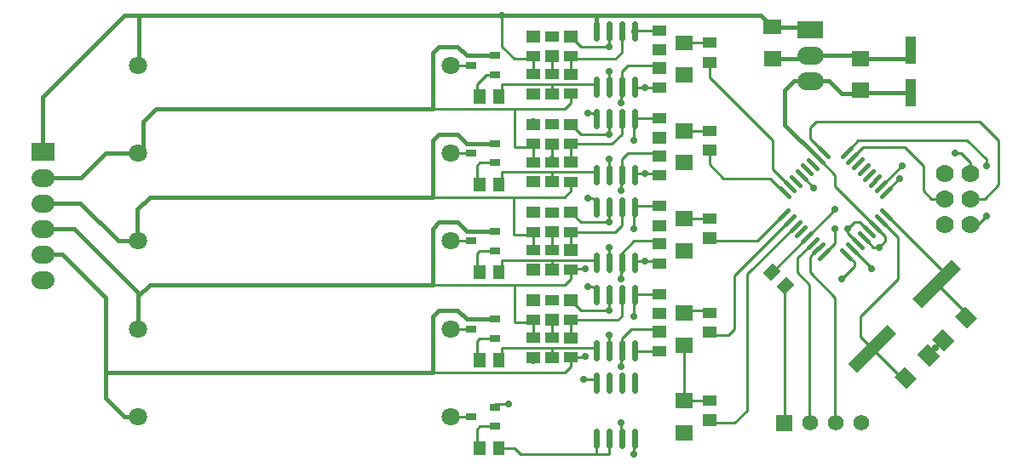
<source format=gtl>
G04 Layer: TopLayer*
G04 EasyEDA v6.5.9, 2022-07-21 16:41:51*
G04 b4f09f4bc33d498599fb5b0af984a39b,0f63320d19d842adba92ba3d91eb0df2,10*
G04 Gerber Generator version 0.2*
G04 Scale: 100 percent, Rotated: No, Reflected: No *
G04 Dimensions in millimeters *
G04 leading zeros omitted , absolute positions ,4 integer and 5 decimal *
%FSLAX45Y45*%
%MOMM*%

%ADD10C,0.2540*%
%ADD11C,0.4500*%
%ADD12C,0.5880*%
%ADD13R,1.1000X2.8000*%
%ADD14R,1.7280X1.4850*%
%ADD15R,1.0000X0.8000*%
%ADD16R,1.3770X1.1325*%
%ADD17C,1.5748*%
%ADD18C,1.7780*%
%ADD19C,1.8000*%
%ADD20R,2.6000X1.8000*%
%ADD21C,0.7000*%
%ADD22C,0.0126*%

%LPD*%
D10*
X8076438Y3382010D02*
G01*
X7937500Y3520947D01*
X7937500Y3625087D01*
X7999984Y3687571D01*
X9625075Y3687571D01*
X9812527Y3499865D01*
X9812527Y3062478D01*
X9671050Y2921000D01*
X9529063Y2921000D01*
D11*
X8019986Y3325332D02*
G01*
X7687485Y3657833D01*
X7687485Y3999992D01*
X7780225Y4092732D01*
X7936984Y4092732D01*
D10*
X6437477Y4028363D02*
G01*
X6434104Y4024990D01*
X6299987Y4024990D01*
X6437477Y3153359D02*
G01*
X6415844Y3174992D01*
X6299987Y3174992D01*
X6437477Y2278354D02*
G01*
X6415836Y2299995D01*
X6299987Y2299995D01*
X7850377Y3155695D02*
G01*
X7975091Y3030981D01*
X7975091Y3024886D01*
X5562498Y2215870D02*
G01*
X5571622Y2224994D01*
X5699988Y2224994D01*
X5562600Y2215895D02*
G01*
X5562600Y2124963D01*
X5499861Y2062479D01*
X4187443Y2062479D01*
X5699988Y1349984D02*
G01*
X5690870Y1340865D01*
X5562500Y1340865D01*
X5562600Y1340865D02*
G01*
X5562600Y1249934D01*
X5499861Y1187450D01*
X4062475Y1187450D01*
X6937474Y1784121D02*
G01*
X6909102Y1812493D01*
X6687489Y1812493D01*
D11*
X312420Y2623057D02*
G01*
X627126Y2623057D01*
X1262379Y1987550D01*
X1262379Y1625092D01*
X312420Y2369057D02*
G01*
X505968Y2369057D01*
X937513Y1937512D01*
X937513Y937513D01*
X1124965Y750062D01*
X1262379Y750062D01*
X8437488Y4318490D02*
G01*
X8937472Y4318490D01*
X8937472Y4397502D01*
X8437488Y3999971D02*
G01*
X8459972Y3977487D01*
X8937472Y3977487D01*
D10*
X8299195Y3382771D02*
G01*
X8416543Y3499865D01*
X9500108Y3499865D01*
X9687559Y3312413D01*
X9687559Y3249929D01*
X9374886Y3374897D02*
G01*
X9437370Y3374897D01*
X9529063Y3283457D01*
X9529063Y3175000D01*
X7905935Y2536893D02*
G01*
X7911889Y2536893D01*
X8187486Y2812491D01*
X8124992Y2749997D01*
X8124985Y2749997D01*
X9687481Y2749994D02*
G01*
X9604479Y2666992D01*
X9528982Y2666992D01*
X8355876Y3326221D02*
G01*
X8467148Y3437493D01*
X8874980Y3437493D01*
X9062481Y3249993D01*
X9062481Y2999994D01*
X9141482Y2920992D01*
X9274982Y2920992D01*
X8249920Y2124963D02*
G01*
X8374888Y2249931D01*
X8374888Y2291587D01*
X8298434Y2368042D01*
X8019034Y2423665D02*
G01*
X7937500Y2342134D01*
X7937500Y2187450D01*
X8187461Y1937489D01*
X8187461Y687501D01*
X7962391Y2480307D02*
G01*
X7812534Y2330195D01*
X7812534Y2187450D01*
X7933486Y2066498D01*
X7933486Y687501D01*
X6937502Y1590802D02*
G01*
X6965950Y1562607D01*
X7124954Y1562607D01*
X7187438Y1625092D01*
X7187438Y2157729D01*
X7736331Y2706623D01*
X7905935Y2536893D02*
G01*
X7562357Y2193315D01*
X7556652Y2193315D01*
X6937502Y715771D02*
G01*
X6965950Y687578D01*
X7187438Y687578D01*
X7312406Y812545D01*
X7312406Y2169668D01*
X7792720Y2649981D01*
D11*
X1262486Y4250004D02*
G01*
X1269601Y4257118D01*
X1269601Y4749977D01*
X7937977Y4600732D02*
G01*
X7907728Y4630981D01*
X7562484Y4630981D01*
X8437493Y3999969D02*
G01*
X8409254Y3971729D01*
X8249983Y3971729D01*
X8128985Y4092727D01*
X7936986Y4092732D01*
X8437493Y4318487D02*
G01*
X8409218Y4346757D01*
X7937977Y4346757D01*
X7937977Y4346757D02*
G01*
X7903710Y4312490D01*
X7562484Y4312490D01*
X7562494Y4630978D02*
G01*
X7443492Y4749980D01*
X7312497Y4749980D01*
X5809493Y4749980D01*
X5809493Y4589729D02*
G01*
X5809493Y4749977D01*
X4874996Y4749977D01*
D10*
X8581136Y2650997D02*
G01*
X8187436Y3044697D01*
X8187436Y3157728D01*
X8020050Y3325368D01*
X8411552Y2481214D02*
G01*
X8312482Y2580284D01*
X8312482Y2624993D01*
X8312482Y2624993D02*
G01*
X8312482Y2624993D01*
X8374984Y2687495D01*
X8431535Y2687495D01*
X8524684Y2594345D01*
X8468118Y2537780D02*
G01*
X8568402Y2437495D01*
X8624984Y2437495D01*
X8687483Y2499995D01*
X8687483Y2544678D01*
X8581250Y2650911D01*
X8549995Y2224989D02*
G01*
X8549995Y2229637D01*
X8354987Y2424645D01*
X6063488Y535244D02*
G01*
X6062487Y536244D01*
X6062487Y687499D01*
X8075663Y2367168D02*
G01*
X8187486Y2478991D01*
X8187486Y2624988D01*
X6190488Y1964740D02*
G01*
X6197361Y1971614D01*
X6437477Y1971614D01*
X6190493Y1964743D02*
G01*
X6187490Y1961738D01*
X6187490Y1749983D01*
X8824975Y3124962D02*
G01*
X8695181Y2995421D01*
X8695181Y2986786D01*
X8849995Y3249980D02*
G01*
X8643406Y3043392D01*
X8638702Y3043392D01*
X6937502Y2528315D02*
G01*
X6965950Y2500121D01*
X7416545Y2500121D01*
X7679690Y2763265D01*
X6937502Y3403345D02*
G01*
X6937502Y3262629D01*
X7074915Y3124962D01*
X7541513Y3124962D01*
X7680452Y2986023D01*
X6687565Y3596639D02*
G01*
X6937502Y3596639D01*
X6937502Y4278376D02*
G01*
X6937502Y4124960D01*
X7562595Y3499865D01*
X7562595Y3217163D01*
X7737093Y3042412D01*
X6687489Y1465732D02*
G01*
X6687489Y909259D01*
X6190488Y535244D02*
G01*
X6187488Y532244D01*
X6187488Y374997D01*
X4802631Y845057D02*
G01*
X4802631Y865123D01*
X4812538Y875029D01*
X4937506Y875029D01*
X6687565Y909320D02*
G01*
X6937502Y909065D01*
X5812536Y374904D02*
G01*
X5062474Y374904D01*
X4999990Y437387D01*
X4846574Y437387D01*
X5936488Y535178D02*
G01*
X5937504Y374904D01*
X5812536Y374904D01*
X5809488Y377952D01*
X5809488Y535178D01*
X4653356Y437489D02*
G01*
X4624992Y465853D01*
X4624992Y624997D01*
X4654984Y654989D01*
X4802479Y654989D01*
X4362475Y750011D02*
G01*
X4572482Y750011D01*
X5687568Y1124965D02*
G01*
X5809488Y1124965D01*
X5809488Y1089660D01*
D11*
X937513Y1182878D02*
G01*
X942086Y1187450D01*
X4187443Y1187450D01*
X4187443Y1750060D01*
X4249927Y1812544D01*
X4437634Y1812544D01*
X4530090Y1720087D01*
X4802377Y1720087D01*
D10*
X6190488Y1410258D02*
G01*
X6197381Y1403365D01*
X6437480Y1403365D01*
X6063488Y2285237D02*
G01*
X6063488Y2375915D01*
X6187440Y2500121D01*
X6437375Y2500121D01*
X6437375Y2471673D01*
X6437375Y1596644D02*
G01*
X6409181Y1625092D01*
X6162547Y1625092D01*
X6063488Y1526031D01*
X6063488Y1410207D01*
X5374893Y1340865D02*
G01*
X5374893Y1437386D01*
X5378195Y1437386D01*
X4846574Y1312418D02*
G01*
X4875022Y1312418D01*
X4875022Y1437386D01*
X5809488Y1437386D01*
X5809488Y1410207D01*
X4653356Y1312494D02*
G01*
X4624992Y1340858D01*
X4624992Y1499996D01*
X4654981Y1529986D01*
X4802502Y1529986D01*
X4362480Y1625000D02*
G01*
X4572480Y1625008D01*
X6190493Y2285260D02*
G01*
X6205227Y2299995D01*
X6299987Y2299995D01*
X5374893Y2215895D02*
G01*
X5374893Y2312415D01*
X5384038Y2312415D01*
X4846574Y2187447D02*
G01*
X4875022Y2187447D01*
X4875022Y2312415D01*
X5809488Y2312415D01*
X5809488Y2285237D01*
X6687565Y2721863D02*
G01*
X6937502Y2721610D01*
X5187441Y1715770D02*
G01*
X5158993Y1687576D01*
X4999990Y1687576D01*
X4999990Y2062479D01*
X5004815Y2062479D01*
D11*
X4802377Y2595118D02*
G01*
X4530090Y2595118D01*
X4437379Y2687573D01*
X4249927Y2687573D01*
X4187443Y2625089D01*
X4187443Y2062479D01*
X1374902Y2062479D01*
X1262379Y1949957D01*
X1262379Y1925065D01*
D10*
X6190488Y2839745D02*
G01*
X6197371Y2846628D01*
X6437477Y2846628D01*
X6190493Y2839745D02*
G01*
X6187490Y2836743D01*
X6187490Y2624988D01*
X4653356Y2187498D02*
G01*
X4624992Y2215862D01*
X4624992Y2374993D01*
X4654984Y2404986D01*
X4802502Y2404986D01*
X4362480Y2499995D02*
G01*
X4572480Y2500007D01*
X5187492Y1534134D02*
G01*
X5187492Y1715871D01*
X5187441Y3465829D02*
G01*
X5159247Y3437381D01*
X4999990Y3437381D01*
X4999990Y3812539D01*
X4867656Y3812539D01*
X5187492Y2590876D02*
G01*
X5159110Y2562494D01*
X4999990Y2562494D01*
X4996312Y2566172D01*
X4996312Y2937510D01*
X5374893Y3090926D02*
G01*
X5377434Y3187445D01*
D11*
X1262379Y2500121D02*
G01*
X1249934Y2512568D01*
X1249934Y2812542D01*
X1374902Y2937510D01*
X4187443Y2937510D01*
X4187443Y3499865D01*
X4249927Y3562604D01*
X4437379Y3562604D01*
X4530090Y3469894D01*
X4802377Y3469894D01*
D10*
X5562600Y3090926D02*
G01*
X5562600Y2999994D01*
X5500115Y2937510D01*
X4187443Y2937510D01*
X6190488Y3714724D02*
G01*
X6197371Y3721607D01*
X6437477Y3721607D01*
X6190493Y3714724D02*
G01*
X6187490Y3711722D01*
X6187490Y3499993D01*
X5187492Y2409113D02*
G01*
X5187492Y2590876D01*
X4846574Y3937507D02*
G01*
X4875022Y3937507D01*
X4874991Y4062491D01*
X5782309Y4062476D01*
X5809488Y4035297D01*
X4846574Y3062478D02*
G01*
X4875022Y3062478D01*
X4875022Y3187445D01*
X5782309Y3187445D01*
X5809488Y3160268D01*
X4653356Y3062503D02*
G01*
X4624992Y3090867D01*
X4624992Y3249993D01*
X4654994Y3279995D01*
X4802487Y3279995D01*
X4362480Y3374986D02*
G01*
X4572490Y3374991D01*
X6190493Y3160240D02*
G01*
X6205253Y3175000D01*
X6299987Y3175000D01*
X6687565Y4471670D02*
G01*
X6937502Y4471670D01*
X6190493Y4035244D02*
G01*
X6200752Y4024985D01*
X6299987Y4024985D01*
X5187441Y4340860D02*
G01*
X5159247Y4312412D01*
X4999990Y4312412D01*
X4875022Y4437379D01*
X4875022Y4750054D01*
X5562600Y3965955D02*
G01*
X5562600Y3875023D01*
X5500115Y3812539D01*
X4187443Y3812539D01*
D11*
X1262379Y3374897D02*
G01*
X1312418Y3424936D01*
X1312418Y3687571D01*
X1437386Y3812539D01*
X4187443Y3812539D01*
X4187443Y4374895D01*
X4249927Y4437379D01*
X4437379Y4437379D01*
X4530090Y4344923D01*
X4802377Y4344923D01*
X312420Y3131057D02*
G01*
X693420Y3131057D01*
X937513Y3374897D01*
X1262379Y3374897D01*
X312420Y2877057D02*
G01*
X685545Y2877057D01*
X1062481Y2500121D01*
X1262379Y2500121D01*
D10*
X4362480Y4250004D02*
G01*
X4572497Y4250004D01*
X4653279Y3937507D02*
G01*
X4625086Y3965955D01*
X4625086Y4062476D01*
X4717541Y4154931D01*
X4802377Y4154931D01*
X5374893Y3965955D02*
G01*
X5376163Y4062476D01*
X5187492Y3284118D02*
G01*
X5187492Y3424986D01*
X5724989Y2049995D02*
G01*
X5774989Y2049995D01*
X5809488Y2015497D01*
X5809488Y1964740D01*
X5724989Y2924995D02*
G01*
X5774989Y2924995D01*
X5809488Y2890497D01*
X5809488Y2839745D01*
X5724989Y3774991D02*
G01*
X5774989Y3774991D01*
X5809488Y3740492D01*
X5809488Y3714724D01*
X6190488Y4589729D02*
G01*
X6197386Y4596627D01*
X6437477Y4596627D01*
X5999988Y4312490D02*
G01*
X6063488Y4375990D01*
X6063488Y4589729D01*
X5562485Y4340862D02*
G01*
X5590857Y4312490D01*
X5999988Y4312490D01*
X5936488Y4589779D02*
G01*
X5937504Y4437379D01*
X5562485Y4534131D02*
G01*
X5659125Y4437491D01*
X5937488Y4437491D01*
X5937504Y4187444D02*
G01*
X5936488Y4035297D01*
X6062472Y3875023D02*
G01*
X6063488Y4035297D01*
X6062472Y2999994D02*
G01*
X6063488Y3160268D01*
X6437492Y4221614D02*
G01*
X6409115Y4249991D01*
X6124989Y4249991D01*
X6063488Y4188490D01*
X6063488Y4035247D01*
X5562478Y4159107D02*
G01*
X5562485Y4340862D01*
X5375000Y4340867D02*
G01*
X5375000Y4159110D01*
X5187490Y4159122D02*
G01*
X5187490Y4340857D01*
X6437477Y3346620D02*
G01*
X6409103Y3374994D01*
X6124989Y3374994D01*
X6063488Y3313493D01*
X6063488Y3160242D01*
X5562490Y3659111D02*
G01*
X5659109Y3562492D01*
X5937488Y3562492D01*
X5936488Y3714724D02*
G01*
X5937488Y3713723D01*
X5937488Y3562492D01*
X5936488Y3623990D02*
G01*
X5936488Y3714724D01*
X5562490Y3465868D02*
G01*
X5965863Y3465868D01*
X6063488Y3563493D01*
X6063488Y3714724D01*
X5562498Y3465855D02*
G01*
X5562500Y3465852D01*
X5562500Y3284115D01*
X5374995Y3465855D02*
G01*
X5374995Y3284115D01*
X5374990Y3284115D01*
X5936488Y3160242D02*
G01*
X5936488Y3312492D01*
X5562478Y2590871D02*
G01*
X5999988Y2590871D01*
X6063488Y2654371D01*
X6063488Y2839745D01*
X5562478Y2784114D02*
G01*
X5659097Y2687495D01*
X5936488Y2687495D01*
X5936488Y2839745D02*
G01*
X5936488Y2687495D01*
X5936488Y2285263D02*
G01*
X5936488Y2437495D01*
X6062472Y2124963D02*
G01*
X6063488Y2285237D01*
X5562498Y2409113D02*
G01*
X5562478Y2590871D01*
X5374995Y2409113D02*
G01*
X5374995Y2590876D01*
X5562488Y1909117D02*
G01*
X5659114Y1812498D01*
X5937486Y1812498D01*
X5936488Y1964689D02*
G01*
X5937504Y1812544D01*
X5374990Y1534119D02*
G01*
X5374990Y1715874D01*
X5562488Y1534119D02*
G01*
X5562488Y1715874D01*
X5562488Y1715876D02*
G01*
X5562493Y1715871D01*
X5562498Y1715871D01*
X6062492Y1249994D02*
G01*
X6063485Y1410258D01*
X5562498Y1715871D02*
G01*
X6028359Y1715871D01*
X6063480Y1750994D01*
X6063480Y1964735D01*
X5937488Y1562496D02*
G01*
X5936485Y1410258D01*
D11*
X312420Y3385057D02*
G01*
X312420Y3937507D01*
X1124965Y4750054D01*
X4875022Y4750054D01*
D10*
X8637828Y2707487D02*
G01*
X8812481Y2532834D01*
X8812481Y2124994D01*
X8437483Y1749996D01*
X8437483Y1543608D01*
X8553033Y1428059D01*
X8694420Y2764028D02*
G01*
X9249918Y2208529D01*
X9196918Y2071944D01*
X9196831Y2071878D01*
X8887368Y1137384D02*
G01*
X8843708Y1137384D01*
X8553033Y1428059D01*
X9487595Y1737608D02*
G01*
X9487595Y1781266D01*
X9196918Y2071944D01*
X9186791Y1436804D02*
G01*
X9262369Y1512382D01*
X9112595Y1362610D02*
G01*
X9186791Y1436804D01*
X7693304Y2056663D02*
G01*
X7681483Y2044842D01*
X7681483Y687499D01*
D12*
X5809488Y608103D02*
G01*
X5809488Y462404D01*
X5936488Y608103D02*
G01*
X5936488Y462404D01*
X6063488Y608103D02*
G01*
X6063488Y462404D01*
X6190488Y608103D02*
G01*
X6190488Y462404D01*
X5809488Y1162585D02*
G01*
X5809488Y1016886D01*
X5936488Y1162585D02*
G01*
X5936488Y1016886D01*
X6063488Y1162585D02*
G01*
X6063488Y1016886D01*
X6190488Y1162585D02*
G01*
X6190488Y1016886D01*
D11*
X8033250Y2324752D02*
G01*
X8118101Y2409604D01*
X7976659Y2381318D02*
G01*
X8061510Y2466169D01*
X7920093Y2437909D02*
G01*
X8004944Y2522761D01*
X7863527Y2494475D02*
G01*
X7948378Y2579326D01*
X7806961Y2551041D02*
G01*
X7891813Y2635892D01*
X7750395Y2607607D02*
G01*
X7835247Y2692458D01*
X7693830Y2664172D02*
G01*
X7778681Y2749024D01*
X7637238Y2720738D02*
G01*
X7722090Y2805590D01*
X7638153Y3028348D02*
G01*
X7723004Y2943496D01*
X7694719Y3084913D02*
G01*
X7779570Y3000062D01*
X7751284Y3141505D02*
G01*
X7836136Y3056653D01*
X7807850Y3198045D02*
G01*
X7892702Y3113194D01*
X7864441Y3254636D02*
G01*
X7949293Y3169785D01*
X7920982Y3311177D02*
G01*
X8005833Y3226325D01*
X7977573Y3367768D02*
G01*
X8062424Y3282916D01*
X8034139Y3424334D02*
G01*
X8118990Y3339482D01*
X8256897Y3340397D02*
G01*
X8341748Y3425248D01*
X8313463Y3283805D02*
G01*
X8398314Y3368657D01*
X8370028Y3227240D02*
G01*
X8454880Y3312091D01*
X8426594Y3170674D02*
G01*
X8511446Y3255525D01*
X8483160Y3114108D02*
G01*
X8568011Y3198959D01*
X8539726Y3057542D02*
G01*
X8624577Y3142394D01*
X8596292Y3000976D02*
G01*
X8681143Y3085828D01*
X8652883Y2944385D02*
G01*
X8737734Y3029237D01*
X8651968Y2806504D02*
G01*
X8736820Y2721653D01*
X8595403Y2749913D02*
G01*
X8680254Y2665061D01*
X8538837Y2693347D02*
G01*
X8623688Y2608496D01*
X8482271Y2636781D02*
G01*
X8567122Y2551930D01*
X8425705Y2580215D02*
G01*
X8510557Y2495364D01*
X8369139Y2523650D02*
G01*
X8453991Y2438798D01*
X8312574Y2467084D02*
G01*
X8397425Y2382232D01*
X8255982Y2410493D02*
G01*
X8340834Y2325641D01*
D12*
X5809488Y1483108D02*
G01*
X5809488Y1337409D01*
X5936488Y1483108D02*
G01*
X5936488Y1337409D01*
X6063488Y1483108D02*
G01*
X6063488Y1337409D01*
X6190488Y1483108D02*
G01*
X6190488Y1337409D01*
X5809488Y2037590D02*
G01*
X5809488Y1891891D01*
X5936488Y2037590D02*
G01*
X5936488Y1891891D01*
X6063488Y2037590D02*
G01*
X6063488Y1891891D01*
X6190488Y2037590D02*
G01*
X6190488Y1891891D01*
X5809488Y2358113D02*
G01*
X5809488Y2212413D01*
X5936488Y2358113D02*
G01*
X5936488Y2212413D01*
X6063488Y2358113D02*
G01*
X6063488Y2212413D01*
X6190488Y2358113D02*
G01*
X6190488Y2212413D01*
X5809488Y2912595D02*
G01*
X5809488Y2766895D01*
X5936488Y2912595D02*
G01*
X5936488Y2766895D01*
X6063488Y2912595D02*
G01*
X6063488Y2766895D01*
X6190488Y2912595D02*
G01*
X6190488Y2766895D01*
X5809488Y3233092D02*
G01*
X5809488Y3087392D01*
X5936488Y3233092D02*
G01*
X5936488Y3087392D01*
X6063488Y3233092D02*
G01*
X6063488Y3087392D01*
X6190488Y3233092D02*
G01*
X6190488Y3087392D01*
X5809488Y3787574D02*
G01*
X5809488Y3641874D01*
X5936488Y3787574D02*
G01*
X5936488Y3641874D01*
X6063488Y3787574D02*
G01*
X6063488Y3641874D01*
X6190488Y3787574D02*
G01*
X6190488Y3641874D01*
X5809488Y4108096D02*
G01*
X5809488Y3962397D01*
X5936488Y4108096D02*
G01*
X5936488Y3962397D01*
X6063488Y4108096D02*
G01*
X6063488Y3962397D01*
X6190488Y4108096D02*
G01*
X6190488Y3962397D01*
X5809488Y4662578D02*
G01*
X5809488Y4516879D01*
X5936488Y4662578D02*
G01*
X5936488Y4516879D01*
X6063488Y4662578D02*
G01*
X6063488Y4516879D01*
X6190488Y4662578D02*
G01*
X6190488Y4516879D01*
G36*
X9121180Y1249006D02*
G01*
X8998991Y1371196D01*
X9103997Y1476202D01*
X9226186Y1354013D01*
G37*
G36*
X9000972Y1128798D02*
G01*
X8878783Y1250988D01*
X8773777Y1145981D01*
X8895966Y1023792D01*
G37*
G36*
X9253783Y1625986D02*
G01*
X9375973Y1503796D01*
X9270966Y1398790D01*
X9148777Y1520979D01*
G37*
G36*
X9373991Y1746194D02*
G01*
X9496181Y1624004D01*
X9601187Y1729011D01*
X9478998Y1851200D01*
G37*
G36*
X8956507Y1923445D02*
G01*
X9345416Y2312355D01*
X9437339Y2220429D01*
X9048429Y1831520D01*
G37*
G36*
X8312622Y1279560D02*
G01*
X8701531Y1668470D01*
X8793457Y1576547D01*
X8404547Y1187637D01*
G37*
D13*
G01*
X8937472Y3977487D03*
G01*
X8937472Y4397502D03*
G36*
X6773887Y834999D02*
G01*
X6601086Y834999D01*
X6601086Y983498D01*
X6773887Y983498D01*
G37*
D14*
G01*
X6687489Y590753D03*
D15*
G01*
X4802504Y1719986D03*
G01*
X4572482Y1624990D03*
G01*
X4802479Y1529994D03*
G01*
X4802504Y2594990D03*
G01*
X4572482Y2499995D03*
G01*
X4802479Y2404998D03*
G01*
X4802504Y3469995D03*
G01*
X4572482Y3374999D03*
G01*
X4802479Y3280003D03*
G01*
X4802504Y4345000D03*
G01*
X4572482Y4250004D03*
G01*
X4802479Y4154982D03*
G01*
X4802504Y845007D03*
G01*
X4572482Y750011D03*
G01*
X4802479Y654989D03*
G36*
X6868637Y1647497D02*
G01*
X7006336Y1647497D01*
X7006336Y1534243D01*
X6868637Y1534243D01*
G37*
D16*
G01*
X6937476Y1784121D03*
G36*
X6868637Y2584993D02*
G01*
X7006336Y2584993D01*
X7006336Y2471740D01*
X6868637Y2471740D01*
G37*
G01*
X6937476Y2721610D03*
G36*
X6868637Y3459993D02*
G01*
X7006336Y3459993D01*
X7006336Y3346739D01*
X6868637Y3346739D01*
G37*
G01*
X6937476Y3596614D03*
G36*
X6868637Y4334990D02*
G01*
X7006336Y4334990D01*
X7006336Y4221736D01*
X6868637Y4221736D01*
G37*
G01*
X6937476Y4471619D03*
G36*
X6868637Y772497D02*
G01*
X7006336Y772497D01*
X7006336Y659244D01*
X6868637Y659244D01*
G37*
G01*
X6937476Y909116D03*
G36*
X7648884Y4556732D02*
G01*
X7476083Y4556732D01*
X7476083Y4705230D01*
X7648884Y4705230D01*
G37*
D14*
G01*
X7562494Y4312488D03*
G36*
X8351083Y4074228D02*
G01*
X8523884Y4074228D01*
X8523884Y3925730D01*
X8351083Y3925730D01*
G37*
G01*
X8437473Y4318482D03*
G36*
X6773887Y1709996D02*
G01*
X6601086Y1709996D01*
X6601086Y1858495D01*
X6773887Y1858495D01*
G37*
G01*
X6687489Y1465732D03*
G36*
X6773887Y2647495D02*
G01*
X6601086Y2647495D01*
X6601086Y2795993D01*
X6773887Y2795993D01*
G37*
G01*
X6687489Y2403246D03*
G36*
X6773887Y3522494D02*
G01*
X6601086Y3522494D01*
X6601086Y3670993D01*
X6773887Y3670993D01*
G37*
G01*
X6687489Y3278251D03*
G36*
X6773887Y4397491D02*
G01*
X6601086Y4397491D01*
X6601086Y4545990D01*
X6773887Y4545990D01*
G37*
G01*
X6687489Y4153230D03*
G36*
X7645384Y2201961D02*
G01*
X7548018Y2104595D01*
X7467935Y2184676D01*
X7565303Y2282045D01*
G37*
G36*
X7701953Y2145393D02*
G01*
X7604587Y2048027D01*
X7684668Y1967943D01*
X7782036Y2065312D01*
G37*
G36*
X4709990Y1381345D02*
G01*
X4709990Y1243647D01*
X4596737Y1243647D01*
X4596737Y1381345D01*
G37*
G36*
X4789990Y1381345D02*
G01*
X4789990Y1243647D01*
X4903243Y1243647D01*
X4903243Y1381345D01*
G37*
G36*
X5306141Y1397497D02*
G01*
X5443839Y1397497D01*
X5443839Y1284244D01*
X5306141Y1284244D01*
G37*
D16*
G01*
X5374995Y1534134D03*
G36*
X5306141Y1772495D02*
G01*
X5443839Y1772495D01*
X5443839Y1659242D01*
X5306141Y1659242D01*
G37*
G01*
X5374995Y1909114D03*
G36*
X5118641Y1397497D02*
G01*
X5256339Y1397497D01*
X5256339Y1284244D01*
X5118641Y1284244D01*
G37*
G01*
X5187492Y1534134D03*
G36*
X6506336Y1539996D02*
G01*
X6368638Y1539996D01*
X6368638Y1653250D01*
X6506336Y1653250D01*
G37*
G01*
X6437477Y1403375D03*
G36*
X5631337Y1477497D02*
G01*
X5493638Y1477497D01*
X5493638Y1590751D01*
X5631337Y1590751D01*
G37*
G01*
X5562498Y1340865D03*
G36*
X5631337Y1852495D02*
G01*
X5493638Y1852495D01*
X5493638Y1965749D01*
X5631337Y1965749D01*
G37*
G01*
X5562498Y1715871D03*
G36*
X5256339Y1852495D02*
G01*
X5118641Y1852495D01*
X5118641Y1965749D01*
X5256339Y1965749D01*
G37*
G01*
X5187492Y1715871D03*
G36*
X6368638Y1834995D02*
G01*
X6506336Y1834995D01*
X6506336Y1721741D01*
X6368638Y1721741D01*
G37*
G01*
X6437477Y1971624D03*
G36*
X6368638Y2709994D02*
G01*
X6506336Y2709994D01*
X6506336Y2596741D01*
X6368638Y2596741D01*
G37*
G01*
X6437477Y2846628D03*
G36*
X5256339Y2727495D02*
G01*
X5118641Y2727495D01*
X5118641Y2840748D01*
X5256339Y2840748D01*
G37*
G01*
X5187492Y2590876D03*
G36*
X5631337Y2727495D02*
G01*
X5493638Y2727495D01*
X5493638Y2840748D01*
X5631337Y2840748D01*
G37*
G01*
X5562498Y2590876D03*
G36*
X5631337Y2352494D02*
G01*
X5493638Y2352494D01*
X5493638Y2465748D01*
X5631337Y2465748D01*
G37*
G01*
X5562498Y2215870D03*
G36*
X6506336Y2414993D02*
G01*
X6368638Y2414993D01*
X6368638Y2528247D01*
X6506336Y2528247D01*
G37*
G01*
X6437477Y2278354D03*
G36*
X5118641Y2272494D02*
G01*
X5256339Y2272494D01*
X5256339Y2159241D01*
X5118641Y2159241D01*
G37*
G01*
X5187492Y2409113D03*
G36*
X5306141Y2647495D02*
G01*
X5443839Y2647495D01*
X5443839Y2534241D01*
X5306141Y2534241D01*
G37*
G01*
X5374995Y2784119D03*
G36*
X5306141Y2272494D02*
G01*
X5443839Y2272494D01*
X5443839Y2159241D01*
X5306141Y2159241D01*
G37*
G01*
X5374995Y2409113D03*
G36*
X4709990Y2256345D02*
G01*
X4709990Y2118647D01*
X4596737Y2118647D01*
X4596737Y2256345D01*
G37*
G36*
X4789990Y2256345D02*
G01*
X4789990Y2118647D01*
X4903243Y2118647D01*
X4903243Y2256345D01*
G37*
G36*
X6368638Y3584991D02*
G01*
X6506336Y3584991D01*
X6506336Y3471738D01*
X6368638Y3471738D01*
G37*
G01*
X6437477Y3721607D03*
G36*
X5256339Y3602492D02*
G01*
X5118641Y3602492D01*
X5118641Y3715745D01*
X5256339Y3715745D01*
G37*
G01*
X5187492Y3465855D03*
G36*
X5631337Y3602492D02*
G01*
X5493638Y3602492D01*
X5493638Y3715745D01*
X5631337Y3715745D01*
G37*
G01*
X5562498Y3465855D03*
G36*
X5631337Y3227494D02*
G01*
X5493638Y3227494D01*
X5493638Y3340747D01*
X5631337Y3340747D01*
G37*
G01*
X5562498Y3090875D03*
G36*
X6506336Y3289993D02*
G01*
X6368638Y3289993D01*
X6368638Y3403246D01*
X6506336Y3403246D01*
G37*
G01*
X6437477Y3153359D03*
G36*
X5118641Y3147494D02*
G01*
X5256339Y3147494D01*
X5256339Y3034240D01*
X5118641Y3034240D01*
G37*
G01*
X5187492Y3284118D03*
G36*
X5306141Y3522492D02*
G01*
X5443839Y3522492D01*
X5443839Y3409238D01*
X5306141Y3409238D01*
G37*
G01*
X5374995Y3659123D03*
G36*
X5306141Y3147494D02*
G01*
X5443839Y3147494D01*
X5443839Y3034240D01*
X5306141Y3034240D01*
G37*
G01*
X5374995Y3284118D03*
G36*
X4709990Y3131342D02*
G01*
X4709990Y2993644D01*
X4596737Y2993644D01*
X4596737Y3131342D01*
G37*
G36*
X4789990Y3131342D02*
G01*
X4789990Y2993644D01*
X4903243Y2993644D01*
X4903243Y3131342D01*
G37*
G36*
X6368638Y4459991D02*
G01*
X6506336Y4459991D01*
X6506336Y4346737D01*
X6368638Y4346737D01*
G37*
G01*
X6437477Y4596612D03*
G36*
X5256339Y4477491D02*
G01*
X5118641Y4477491D01*
X5118641Y4590745D01*
X5256339Y4590745D01*
G37*
G01*
X5187492Y4340860D03*
G36*
X5631337Y4477491D02*
G01*
X5493638Y4477491D01*
X5493638Y4590745D01*
X5631337Y4590745D01*
G37*
G01*
X5562498Y4340860D03*
G36*
X5631337Y4102491D02*
G01*
X5493638Y4102491D01*
X5493638Y4215744D01*
X5631337Y4215744D01*
G37*
G01*
X5562498Y3965854D03*
G36*
X6506336Y4164990D02*
G01*
X6368638Y4164990D01*
X6368638Y4278243D01*
X6506336Y4278243D01*
G37*
G01*
X6437477Y4028363D03*
G36*
X5118641Y4022491D02*
G01*
X5256339Y4022491D01*
X5256339Y3909237D01*
X5118641Y3909237D01*
G37*
G01*
X5187492Y4159122D03*
G36*
X5306141Y4397491D02*
G01*
X5443839Y4397491D01*
X5443839Y4284238D01*
X5306141Y4284238D01*
G37*
G01*
X5374995Y4534128D03*
G36*
X5306141Y4022491D02*
G01*
X5443839Y4022491D01*
X5443839Y3909237D01*
X5306141Y3909237D01*
G37*
G01*
X5374995Y4159122D03*
G36*
X4709990Y4006342D02*
G01*
X4709990Y3868643D01*
X4596737Y3868643D01*
X4596737Y4006342D01*
G37*
G36*
X4789990Y4006342D02*
G01*
X4789990Y3868643D01*
X4903243Y3868643D01*
X4903243Y4006342D01*
G37*
G36*
X4709990Y506348D02*
G01*
X4709990Y368650D01*
X4596737Y368650D01*
X4596737Y506348D01*
G37*
G36*
X4789990Y506348D02*
G01*
X4789990Y368650D01*
X4903243Y368650D01*
X4903243Y506348D01*
G37*
G36*
X426798Y3296094D02*
G01*
X426798Y3473894D01*
X198198Y3473894D01*
X198198Y3296094D01*
G37*
G36*
X7602743Y766239D02*
G01*
X7760223Y766239D01*
X7760223Y608759D01*
X7602743Y608759D01*
G37*
D17*
G01*
X7935493Y687501D03*
G01*
X8189493Y687501D03*
G01*
X8443493Y687501D03*
D18*
G01*
X9528987Y2667000D03*
G01*
X9528987Y2921000D03*
G01*
X9528987Y3175000D03*
G01*
X9274987Y2667000D03*
G01*
X9274987Y2921000D03*
G01*
X9274987Y3175000D03*
D19*
G01*
X1262481Y2499995D03*
G01*
X4362475Y2499995D03*
G01*
X1262481Y3374974D03*
G01*
X4362475Y3374974D03*
G01*
X1262481Y4250004D03*
G01*
X4362475Y4250004D03*
G01*
X1262481Y750011D03*
G01*
X4362475Y750011D03*
G01*
X1262481Y1624990D03*
G01*
X4362475Y1624990D03*
D20*
G01*
X7937982Y4600752D03*
D21*
G01*
X5187492Y1312494D03*
G01*
X6062497Y1249984D03*
G01*
X5374995Y1534109D03*
G01*
X5937478Y1562506D03*
G01*
X5187492Y1909114D03*
G01*
X6187490Y1749983D03*
G01*
X5937478Y1812493D03*
G01*
X5187492Y2215870D03*
G01*
X6062497Y2124989D03*
G01*
X6437477Y2653360D03*
G01*
X5374995Y2409113D03*
G01*
X5936488Y2437485D03*
G01*
X5936488Y2687497D03*
G01*
X6687489Y2721737D03*
G01*
X5187492Y2784119D03*
G01*
X6187490Y2624988D03*
G01*
X6187490Y3499993D03*
G01*
X5187492Y3687495D03*
G01*
X5936488Y3312490D03*
G01*
X5374995Y3312490D03*
G01*
X5937478Y3562502D03*
G01*
X6437502Y3528364D03*
G01*
X6687489Y3596741D03*
G01*
X5187492Y4534128D03*
G01*
X5937478Y4437481D03*
G01*
X6190488Y4589729D03*
G01*
X6437477Y4403369D03*
G01*
X6299987Y4024985D03*
G01*
X6687489Y4471746D03*
G01*
X5374995Y4159097D03*
G01*
X5187492Y3090875D03*
G01*
X6062497Y2999994D03*
G01*
X5187492Y3965854D03*
G01*
X6062497Y3874998D03*
G01*
X5937478Y4187494D03*
G01*
X5724982Y3774998D03*
G01*
X4874996Y4749977D03*
G01*
X5724982Y2924987D03*
G01*
X5724982Y2049983D03*
G01*
X5562600Y3965955D03*
G01*
X6687489Y4153230D03*
G01*
X5374995Y4534128D03*
G01*
X6687489Y3278251D03*
G01*
X5374995Y3659123D03*
G01*
X5562498Y3090875D03*
G01*
X5699988Y2224989D03*
G01*
X6687489Y2403246D03*
G01*
X5699988Y1349984D03*
G01*
X6437477Y1403375D03*
G01*
X6687489Y1465732D03*
G01*
X6299987Y2299995D03*
G01*
X6299987Y3175000D03*
G01*
X5687491Y1124991D03*
G01*
X4937480Y875004D03*
G01*
X6687489Y590753D03*
G01*
X6187490Y375005D03*
G01*
X8849995Y3249980D03*
G01*
X8824975Y3124987D03*
G01*
X5374995Y1909114D03*
G01*
X8249996Y2124989D03*
G01*
X5374995Y2784119D03*
G01*
X8187486Y2624988D03*
G01*
X6062497Y687501D03*
G01*
X8549995Y2224989D03*
G01*
X8312480Y2624988D03*
G01*
X7974990Y3024987D03*
G01*
X7562494Y4312488D03*
G01*
X7693304Y2056663D03*
G01*
X8624976Y2437485D03*
G01*
X6437477Y1778380D03*
G01*
X9687483Y3249980D03*
G01*
X9687483Y2749981D03*
G01*
X8187486Y2812491D03*
G01*
X9374987Y3374999D03*
G01*
X6687489Y1784248D03*
G01*
X9186799Y1436801D03*
D18*
X337896Y3130981D02*
G01*
X287096Y3130981D01*
X337896Y2876981D02*
G01*
X287096Y2876981D01*
X337896Y2622981D02*
G01*
X287096Y2622981D01*
X337896Y2368981D02*
G01*
X287096Y2368981D01*
X337896Y2114981D02*
G01*
X287096Y2114981D01*
D19*
X7977982Y4346752D02*
G01*
X7897982Y4346752D01*
X7976991Y4092727D02*
G01*
X7896992Y4092727D01*
M02*

</source>
